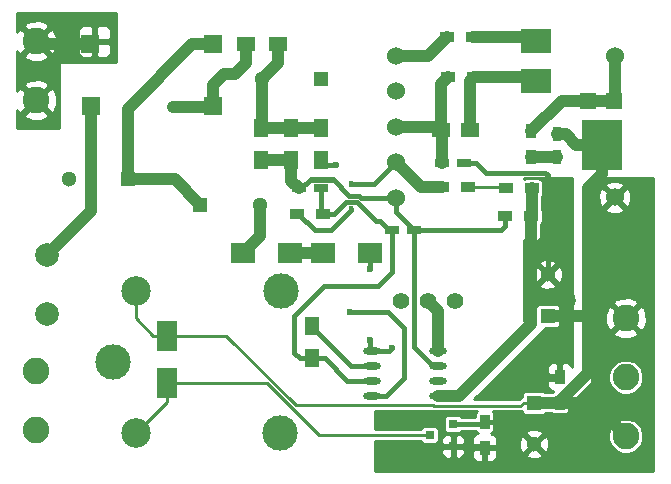
<source format=gbr>
G04 #@! TF.FileFunction,Copper,L2,Bot,Signal*
%FSLAX46Y46*%
G04 Gerber Fmt 4.6, Leading zero omitted, Abs format (unit mm)*
G04 Created by KiCad (PCBNEW 201610091317+7290~55~ubuntu16.04.1-) date Fri Oct 21 11:28:09 2016*
%MOMM*%
%LPD*%
G01*
G04 APERTURE LIST*
%ADD10C,0.100000*%
%ADD11C,1.300000*%
%ADD12R,1.300000X1.300000*%
%ADD13C,1.998980*%
%ADD14C,2.250000*%
%ADD15C,2.500000*%
%ADD16C,3.000000*%
%ADD17R,1.200000X0.750000*%
%ADD18R,0.750000X1.200000*%
%ADD19R,1.500000X1.250000*%
%ADD20R,2.500000X2.000000*%
%ADD21R,1.800860X2.499360*%
%ADD22R,0.450000X0.590000*%
%ADD23R,1.400000X1.340000*%
%ADD24R,3.500000X4.200000*%
%ADD25R,1.500000X1.300000*%
%ADD26R,0.800100X0.800100*%
%ADD27R,0.900000X1.200000*%
%ADD28R,1.300000X1.500000*%
%ADD29R,2.000000X1.700000*%
%ADD30R,1.200000X0.900000*%
%ADD31O,1.473200X0.609600*%
%ADD32C,1.524000*%
%ADD33C,1.400000*%
%ADD34R,1.524000X1.524000*%
%ADD35C,0.600000*%
%ADD36C,1.000000*%
%ADD37C,0.400000*%
%ADD38C,0.250000*%
%ADD39C,0.254000*%
G04 APERTURE END LIST*
D10*
D11*
X133096000Y-114102000D03*
D12*
X133096000Y-117602000D03*
D13*
X90678000Y-112473740D03*
X90678000Y-117475000D03*
D14*
X89789000Y-94361000D03*
X89789000Y-99364800D03*
D15*
X98247200Y-127531900D03*
D16*
X110447200Y-127531900D03*
X110497200Y-115481900D03*
D15*
X98247200Y-115531900D03*
D16*
X96297200Y-121481900D03*
D12*
X103701840Y-108239560D03*
D11*
X108701840Y-108239560D03*
D12*
X97536000Y-106045000D03*
D11*
X92536000Y-106045000D03*
D17*
X124147500Y-104648000D03*
X126047500Y-104648000D03*
D12*
X113924080Y-97525840D03*
D11*
X108924080Y-97525840D03*
X131953000Y-128468000D03*
D12*
X131953000Y-124968000D03*
D18*
X133858000Y-102240000D03*
X133858000Y-104140000D03*
D19*
X126555500Y-101854000D03*
X124055500Y-101854000D03*
D17*
X113919000Y-106807000D03*
X112019000Y-106807000D03*
X119888000Y-110363000D03*
X121788000Y-110363000D03*
D20*
X132143500Y-94361000D03*
X132143500Y-97761000D03*
D21*
X100863400Y-119291100D03*
X100863400Y-123289060D03*
D22*
X116459000Y-108585000D03*
X116459000Y-106475000D03*
D23*
X136550400Y-99390200D03*
X138734800Y-99390200D03*
D24*
X137668000Y-103124000D03*
D25*
X107551240Y-94556580D03*
X110251240Y-94556580D03*
D14*
X89789000Y-122250200D03*
X89789000Y-127254000D03*
D26*
X125095000Y-126751000D03*
X125095000Y-128651000D03*
X123096020Y-127701000D03*
D27*
X127762000Y-126578000D03*
X127762000Y-128778000D03*
D28*
X111379000Y-104427000D03*
X111379000Y-101727000D03*
X108839000Y-104427000D03*
X108839000Y-101727000D03*
X113919000Y-101727000D03*
X113919000Y-104427000D03*
D29*
X107315000Y-112268000D03*
X111315000Y-112268000D03*
X114046000Y-112268000D03*
X118046000Y-112268000D03*
D28*
X113157000Y-118491000D03*
X113157000Y-121191000D03*
D30*
X126746000Y-93980000D03*
X124546000Y-93980000D03*
X124165000Y-106680000D03*
X126365000Y-106680000D03*
X129540000Y-106807000D03*
X131740000Y-106807000D03*
X131699000Y-109156500D03*
X129499000Y-109156500D03*
D27*
X131699000Y-104181000D03*
X131699000Y-101981000D03*
D30*
X111846000Y-108966000D03*
X114046000Y-108966000D03*
D27*
X134112000Y-122768000D03*
X134112000Y-124968000D03*
D31*
X118237000Y-124396500D03*
X118237000Y-123126500D03*
X118237000Y-121856500D03*
X118237000Y-120586500D03*
X123825000Y-120586500D03*
X123825000Y-121856500D03*
X123825000Y-123126500D03*
X123825000Y-124396500D03*
D32*
X120269000Y-107607100D03*
X120269000Y-104584500D03*
X120269000Y-101587300D03*
X120269000Y-98564700D03*
X120269000Y-95567500D03*
X138785600Y-107581700D03*
X138760200Y-95567500D03*
D33*
X122936000Y-116332000D03*
X120661000Y-116357000D03*
X125211000Y-116332000D03*
D34*
X104775000Y-94615000D03*
X104775000Y-99822000D03*
X94437200Y-99822000D03*
X94361000Y-94615000D03*
D14*
X139700000Y-122809000D03*
X139700000Y-127812800D03*
X139700000Y-117805200D03*
D30*
X126830000Y-97409000D03*
X124630000Y-97409000D03*
D35*
X101346000Y-99949000D03*
X131318000Y-122936000D03*
X135890000Y-126492000D03*
X118046500Y-119634000D03*
X118046500Y-113665000D03*
X119923620Y-120368376D03*
X116360860Y-117272041D03*
X115189000Y-104838500D03*
D36*
X106602820Y-97155000D02*
X105680000Y-97155000D01*
X105680000Y-97155000D02*
X104775000Y-98060000D01*
X104775000Y-98060000D02*
X104775000Y-99822000D01*
X107551240Y-94556580D02*
X107551240Y-96206580D01*
X107551240Y-96206580D02*
X106602820Y-97155000D01*
X101346000Y-99949000D02*
X104648000Y-99949000D01*
X104648000Y-99949000D02*
X104775000Y-99822000D01*
X94437200Y-99822000D02*
X94437200Y-108714540D01*
X94437200Y-108714540D02*
X90678000Y-112473740D01*
X97536000Y-106045000D02*
X101507280Y-106045000D01*
X101507280Y-106045000D02*
X103701840Y-108239560D01*
X104775000Y-94615000D02*
X103013000Y-94615000D01*
X103013000Y-94615000D02*
X97536000Y-100092000D01*
X97536000Y-100092000D02*
X97536000Y-106045000D01*
D37*
X131318000Y-122936000D02*
X133944000Y-122936000D01*
X133944000Y-122936000D02*
X134112000Y-122768000D01*
X132913001Y-105481001D02*
X133096000Y-105664000D01*
X133096000Y-105664000D02*
X133096000Y-114102000D01*
X125095000Y-128651000D02*
X127635000Y-128651000D01*
X127635000Y-128651000D02*
X127762000Y-128778000D01*
X126047500Y-104648000D02*
X127047500Y-104648000D01*
X127047500Y-104648000D02*
X127880501Y-105481001D01*
X127880501Y-105481001D02*
X132913001Y-105481001D01*
D36*
X133096000Y-117602000D02*
X136398000Y-117602000D01*
X136398000Y-117602000D02*
X136525000Y-117475000D01*
X134112000Y-124968000D02*
X136855200Y-124968000D01*
X136855200Y-124968000D02*
X139700000Y-127812800D01*
X136525000Y-106767000D02*
X136525000Y-117475000D01*
X136525000Y-117475000D02*
X136525000Y-122405000D01*
X136525000Y-122405000D02*
X134112000Y-124818000D01*
D37*
X134112000Y-124818000D02*
X134112000Y-124968000D01*
D36*
X137668000Y-103124000D02*
X137668000Y-105624000D01*
X137668000Y-105624000D02*
X136525000Y-106767000D01*
D38*
X130749489Y-125271511D02*
X131053000Y-124968000D01*
X131053000Y-124968000D02*
X131953000Y-124968000D01*
X123462559Y-125271511D02*
X130749489Y-125271511D01*
X123372368Y-125181320D02*
X123462559Y-125271511D01*
X111771966Y-125181320D02*
X123372368Y-125181320D01*
X105881747Y-119291100D02*
X111771966Y-125181320D01*
X100863400Y-119291100D02*
X105881747Y-119291100D01*
D36*
X131953000Y-124968000D02*
X134112000Y-124968000D01*
X137668000Y-103124000D02*
X135518000Y-103124000D01*
X135518000Y-103124000D02*
X134634000Y-102240000D01*
D37*
X134634000Y-102240000D02*
X134633000Y-102240000D01*
D36*
X134633000Y-102240000D02*
X133858000Y-102240000D01*
D38*
X100863400Y-119291100D02*
X99712970Y-119291100D01*
X99712970Y-119291100D02*
X98247200Y-117825330D01*
X98247200Y-117825330D02*
X98247200Y-117299666D01*
X98247200Y-117299666D02*
X98247200Y-115531900D01*
D36*
X124055500Y-101854000D02*
X124055500Y-97983500D01*
X124055500Y-97983500D02*
X124630000Y-97409000D01*
X108701840Y-108239560D02*
X108701840Y-110881160D01*
X108701840Y-110881160D02*
X107315000Y-112268000D01*
X124147500Y-104648000D02*
X124147500Y-101946000D01*
X124147500Y-101946000D02*
X124055500Y-101854000D01*
X120269000Y-101587300D02*
X123788800Y-101587300D01*
X123788800Y-101587300D02*
X124055500Y-101854000D01*
X111379000Y-101727000D02*
X113919000Y-101727000D01*
X108839000Y-101727000D02*
X111379000Y-101727000D01*
X108924080Y-97525840D02*
X108924080Y-101641920D01*
X108924080Y-101641920D02*
X108839000Y-101727000D01*
X108924080Y-97525840D02*
X110251240Y-96198680D01*
X110251240Y-96198680D02*
X110251240Y-94556580D01*
X131699000Y-104181000D02*
X133817000Y-104181000D01*
X133817000Y-104181000D02*
X133858000Y-104140000D01*
X126830000Y-97409000D02*
X131791500Y-97409000D01*
X131791500Y-97409000D02*
X132143500Y-97761000D01*
X126555500Y-101854000D02*
X126555500Y-97683500D01*
X126555500Y-97683500D02*
X126830000Y-97409000D01*
D37*
X118745000Y-115062000D02*
X119888000Y-113919000D01*
X119888000Y-113919000D02*
X119888000Y-112861002D01*
X114173000Y-115062000D02*
X118745000Y-115062000D01*
X111633000Y-117602000D02*
X114173000Y-115062000D01*
X111633000Y-120717000D02*
X111633000Y-117602000D01*
X113157000Y-121191000D02*
X112107000Y-121191000D01*
X112107000Y-121191000D02*
X111633000Y-120717000D01*
X119888000Y-110363000D02*
X119888000Y-112861002D01*
X113157000Y-121091000D02*
X113157000Y-121191000D01*
X113157000Y-121191000D02*
X114207000Y-121191000D01*
X114207000Y-121191000D02*
X116142500Y-123126500D01*
X117100400Y-123126500D02*
X118237000Y-123126500D01*
X116142500Y-123126500D02*
X117100400Y-123126500D01*
X119663000Y-110363000D02*
X119888000Y-110363000D01*
X118888000Y-109588000D02*
X119663000Y-110363000D01*
X118567002Y-109588000D02*
X118888000Y-109588000D01*
X116047001Y-107964999D02*
X116944001Y-107964999D01*
X115046000Y-108966000D02*
X116047001Y-107964999D01*
X116944001Y-107964999D02*
X118567002Y-109588000D01*
X114046000Y-108966000D02*
X115046000Y-108966000D01*
X113919000Y-106807000D02*
X113919000Y-108839000D01*
X113919000Y-108839000D02*
X114046000Y-108966000D01*
X123825000Y-121856500D02*
X123393200Y-121856500D01*
X123393200Y-121856500D02*
X121788000Y-120251300D01*
X121788000Y-120251300D02*
X121788000Y-111138000D01*
X121788000Y-111138000D02*
X121788000Y-110363000D01*
X121788000Y-110363000D02*
X129142500Y-110363000D01*
X129142500Y-110363000D02*
X129499000Y-110006500D01*
X129499000Y-110006500D02*
X129499000Y-109156500D01*
X120269000Y-107607100D02*
X120269000Y-108844000D01*
X120269000Y-108844000D02*
X121788000Y-110363000D01*
X112244000Y-106807000D02*
X113019000Y-106032000D01*
X112019000Y-106807000D02*
X112244000Y-106807000D01*
X112244000Y-106807000D02*
X112944001Y-106106999D01*
X112944001Y-106106999D02*
X114985997Y-106106999D01*
X117328579Y-107607100D02*
X119191370Y-107607100D01*
X113019000Y-106032000D02*
X114910998Y-106032000D01*
X114910998Y-106032000D02*
X116318986Y-107439988D01*
X116318986Y-107439988D02*
X117161467Y-107439988D01*
X117161467Y-107439988D02*
X117328579Y-107607100D01*
X119191370Y-107607100D02*
X120269000Y-107607100D01*
D36*
X111379000Y-104427000D02*
X111379000Y-106167000D01*
X111379000Y-106167000D02*
X112019000Y-106807000D01*
X108839000Y-104427000D02*
X111379000Y-104427000D01*
X126746000Y-93980000D02*
X131762500Y-93980000D01*
X131762500Y-93980000D02*
X132143500Y-94361000D01*
D38*
X100863400Y-123289060D02*
X109349362Y-123289060D01*
X109349362Y-123289060D02*
X113761302Y-127701000D01*
X113761302Y-127701000D02*
X122445970Y-127701000D01*
X122445970Y-127701000D02*
X123096020Y-127701000D01*
X100863400Y-123289060D02*
X100863400Y-123638310D01*
X100863400Y-123289060D02*
X100863400Y-124915700D01*
X100863400Y-124915700D02*
X98247200Y-127531900D01*
D37*
X114751000Y-110363000D02*
X113393000Y-110363000D01*
X113393000Y-110363000D02*
X111996000Y-108966000D01*
X111996000Y-108966000D02*
X111846000Y-108966000D01*
X116459000Y-108585000D02*
X116459000Y-108655000D01*
X116459000Y-108655000D02*
X114751000Y-110363000D01*
X116459000Y-106475000D02*
X118378500Y-106475000D01*
X118378500Y-106475000D02*
X120269000Y-104584500D01*
D36*
X120269000Y-104584500D02*
X122364500Y-106680000D01*
X122364500Y-106680000D02*
X124165000Y-106680000D01*
D37*
X127762000Y-126578000D02*
X135804000Y-126578000D01*
X135804000Y-126578000D02*
X135890000Y-126492000D01*
X125095000Y-126751000D02*
X127589000Y-126751000D01*
X127589000Y-126751000D02*
X127762000Y-126578000D01*
X118237000Y-120586500D02*
X119705496Y-120586500D01*
X118046500Y-119634000D02*
X118046500Y-120396000D01*
X118046500Y-120396000D02*
X118237000Y-120586500D01*
X118046000Y-112268000D02*
X118046000Y-113664500D01*
X118046000Y-113664500D02*
X118046500Y-113665000D01*
X119705496Y-120586500D02*
X119923620Y-120368376D01*
D36*
X123825000Y-120586500D02*
X123825000Y-117221000D01*
X123825000Y-117221000D02*
X122936000Y-116332000D01*
X120269000Y-95567500D02*
X122958500Y-95567500D01*
X122958500Y-95567500D02*
X124546000Y-93980000D01*
D37*
X118237000Y-124396500D02*
X119373600Y-124396500D01*
X119373600Y-124396500D02*
X120904000Y-122866100D01*
X119558041Y-117272041D02*
X116360860Y-117272041D01*
X120904000Y-122866100D02*
X120904000Y-118618000D01*
X120904000Y-118618000D02*
X119558041Y-117272041D01*
X118237000Y-124396500D02*
X118668800Y-124396500D01*
X115189000Y-104838500D02*
X114330500Y-104838500D01*
X114330500Y-104838500D02*
X113919000Y-104427000D01*
D36*
X111315000Y-112268000D02*
X114046000Y-112268000D01*
D37*
X113157000Y-118591000D02*
X116422500Y-121856500D01*
X113157000Y-118491000D02*
X113157000Y-118591000D01*
X116422500Y-121856500D02*
X117100400Y-121856500D01*
X117100400Y-121856500D02*
X118237000Y-121856500D01*
D38*
X126365000Y-106680000D02*
X129413000Y-106680000D01*
X129413000Y-106680000D02*
X129540000Y-106807000D01*
D36*
X125561600Y-124396500D02*
X131695999Y-118262101D01*
X123825000Y-124396500D02*
X125561600Y-124396500D01*
X131695999Y-118262101D02*
X131695999Y-110609501D01*
X131695999Y-110609501D02*
X131699000Y-110606500D01*
X131699000Y-109156500D02*
X131699000Y-110606500D01*
X131740000Y-106807000D02*
X131740000Y-109115500D01*
X131740000Y-109115500D02*
X131699000Y-109156500D01*
X131699000Y-101981000D02*
X134289800Y-99390200D01*
X134289800Y-99390200D02*
X136550400Y-99390200D01*
X138734800Y-99390200D02*
X136550400Y-99390200D01*
X138760200Y-95567500D02*
X138760200Y-99364800D01*
X138760200Y-99364800D02*
X138734800Y-99390200D01*
X94361000Y-94615000D02*
X90043000Y-94615000D01*
X90043000Y-94615000D02*
X89789000Y-94361000D01*
D39*
G36*
X96520000Y-96139000D02*
X88209000Y-96139000D01*
X88209000Y-95603947D01*
X88725658Y-95603947D01*
X88839621Y-95883773D01*
X89494629Y-96131170D01*
X90194451Y-96109075D01*
X90738379Y-95883773D01*
X90852342Y-95603947D01*
X89789000Y-94540605D01*
X88725658Y-95603947D01*
X88209000Y-95603947D01*
X88209000Y-95172221D01*
X88266227Y-95310379D01*
X88546053Y-95424342D01*
X89609395Y-94361000D01*
X89968605Y-94361000D01*
X91031947Y-95424342D01*
X91311773Y-95310379D01*
X91559170Y-94655371D01*
X91558898Y-94646750D01*
X93345000Y-94646750D01*
X93345000Y-95249309D01*
X93441673Y-95482698D01*
X93620301Y-95661327D01*
X93853690Y-95758000D01*
X94456250Y-95758000D01*
X94615000Y-95599250D01*
X94615000Y-94488000D01*
X94869000Y-94488000D01*
X94869000Y-95599250D01*
X95027750Y-95758000D01*
X95630310Y-95758000D01*
X95863699Y-95661327D01*
X96042327Y-95482698D01*
X96139000Y-95249309D01*
X96139000Y-94646750D01*
X95980250Y-94488000D01*
X94869000Y-94488000D01*
X94615000Y-94488000D01*
X93503750Y-94488000D01*
X93345000Y-94646750D01*
X91558898Y-94646750D01*
X91537075Y-93955549D01*
X91337069Y-93472691D01*
X93345000Y-93472691D01*
X93345000Y-94075250D01*
X93503750Y-94234000D01*
X94615000Y-94234000D01*
X94615000Y-93122750D01*
X94869000Y-93122750D01*
X94869000Y-94234000D01*
X95980250Y-94234000D01*
X96139000Y-94075250D01*
X96139000Y-93472691D01*
X96042327Y-93239302D01*
X95863699Y-93060673D01*
X95630310Y-92964000D01*
X95027750Y-92964000D01*
X94869000Y-93122750D01*
X94615000Y-93122750D01*
X94456250Y-92964000D01*
X93853690Y-92964000D01*
X93620301Y-93060673D01*
X93441673Y-93239302D01*
X93345000Y-93472691D01*
X91337069Y-93472691D01*
X91311773Y-93411621D01*
X91031947Y-93297658D01*
X89968605Y-94361000D01*
X89609395Y-94361000D01*
X88546053Y-93297658D01*
X88266227Y-93411621D01*
X88209000Y-93563135D01*
X88209000Y-93118053D01*
X88725658Y-93118053D01*
X89789000Y-94181395D01*
X90852342Y-93118053D01*
X90738379Y-92838227D01*
X90083371Y-92590830D01*
X89383549Y-92612925D01*
X88839621Y-92838227D01*
X88725658Y-93118053D01*
X88209000Y-93118053D01*
X88209000Y-91948000D01*
X96520000Y-91948000D01*
X96520000Y-96139000D01*
X96520000Y-96139000D01*
G37*
X96520000Y-96139000D02*
X88209000Y-96139000D01*
X88209000Y-95603947D01*
X88725658Y-95603947D01*
X88839621Y-95883773D01*
X89494629Y-96131170D01*
X90194451Y-96109075D01*
X90738379Y-95883773D01*
X90852342Y-95603947D01*
X89789000Y-94540605D01*
X88725658Y-95603947D01*
X88209000Y-95603947D01*
X88209000Y-95172221D01*
X88266227Y-95310379D01*
X88546053Y-95424342D01*
X89609395Y-94361000D01*
X89968605Y-94361000D01*
X91031947Y-95424342D01*
X91311773Y-95310379D01*
X91559170Y-94655371D01*
X91558898Y-94646750D01*
X93345000Y-94646750D01*
X93345000Y-95249309D01*
X93441673Y-95482698D01*
X93620301Y-95661327D01*
X93853690Y-95758000D01*
X94456250Y-95758000D01*
X94615000Y-95599250D01*
X94615000Y-94488000D01*
X94869000Y-94488000D01*
X94869000Y-95599250D01*
X95027750Y-95758000D01*
X95630310Y-95758000D01*
X95863699Y-95661327D01*
X96042327Y-95482698D01*
X96139000Y-95249309D01*
X96139000Y-94646750D01*
X95980250Y-94488000D01*
X94869000Y-94488000D01*
X94615000Y-94488000D01*
X93503750Y-94488000D01*
X93345000Y-94646750D01*
X91558898Y-94646750D01*
X91537075Y-93955549D01*
X91337069Y-93472691D01*
X93345000Y-93472691D01*
X93345000Y-94075250D01*
X93503750Y-94234000D01*
X94615000Y-94234000D01*
X94615000Y-93122750D01*
X94869000Y-93122750D01*
X94869000Y-94234000D01*
X95980250Y-94234000D01*
X96139000Y-94075250D01*
X96139000Y-93472691D01*
X96042327Y-93239302D01*
X95863699Y-93060673D01*
X95630310Y-92964000D01*
X95027750Y-92964000D01*
X94869000Y-93122750D01*
X94615000Y-93122750D01*
X94456250Y-92964000D01*
X93853690Y-92964000D01*
X93620301Y-93060673D01*
X93441673Y-93239302D01*
X93345000Y-93472691D01*
X91337069Y-93472691D01*
X91311773Y-93411621D01*
X91031947Y-93297658D01*
X89968605Y-94361000D01*
X89609395Y-94361000D01*
X88546053Y-93297658D01*
X88266227Y-93411621D01*
X88209000Y-93563135D01*
X88209000Y-93118053D01*
X88725658Y-93118053D01*
X89789000Y-94181395D01*
X90852342Y-93118053D01*
X90738379Y-92838227D01*
X90083371Y-92590830D01*
X89383549Y-92612925D01*
X88839621Y-92838227D01*
X88725658Y-93118053D01*
X88209000Y-93118053D01*
X88209000Y-91948000D01*
X96520000Y-91948000D01*
X96520000Y-96139000D01*
G36*
X91694000Y-101727000D02*
X88209000Y-101727000D01*
X88209000Y-100607747D01*
X88725658Y-100607747D01*
X88839621Y-100887573D01*
X89494629Y-101134970D01*
X90194451Y-101112875D01*
X90738379Y-100887573D01*
X90852342Y-100607747D01*
X89789000Y-99544405D01*
X88725658Y-100607747D01*
X88209000Y-100607747D01*
X88209000Y-100176021D01*
X88266227Y-100314179D01*
X88546053Y-100428142D01*
X89609395Y-99364800D01*
X89968605Y-99364800D01*
X91031947Y-100428142D01*
X91311773Y-100314179D01*
X91559170Y-99659171D01*
X91537075Y-98959349D01*
X91311773Y-98415421D01*
X91031947Y-98301458D01*
X89968605Y-99364800D01*
X89609395Y-99364800D01*
X88546053Y-98301458D01*
X88266227Y-98415421D01*
X88209000Y-98566935D01*
X88209000Y-98121853D01*
X88725658Y-98121853D01*
X89789000Y-99185195D01*
X90852342Y-98121853D01*
X90738379Y-97842027D01*
X90083371Y-97594630D01*
X89383549Y-97616725D01*
X88839621Y-97842027D01*
X88725658Y-98121853D01*
X88209000Y-98121853D01*
X88209000Y-95603947D01*
X88725658Y-95603947D01*
X88839621Y-95883773D01*
X89494629Y-96131170D01*
X90194451Y-96109075D01*
X90738379Y-95883773D01*
X90852342Y-95603947D01*
X89789000Y-94540605D01*
X88725658Y-95603947D01*
X88209000Y-95603947D01*
X88209000Y-95172221D01*
X88266227Y-95310379D01*
X88546053Y-95424342D01*
X89609395Y-94361000D01*
X89968605Y-94361000D01*
X91031947Y-95424342D01*
X91311773Y-95310379D01*
X91559170Y-94655371D01*
X91537075Y-93955549D01*
X91311773Y-93411621D01*
X91031947Y-93297658D01*
X89968605Y-94361000D01*
X89609395Y-94361000D01*
X88546053Y-93297658D01*
X88266227Y-93411621D01*
X88209000Y-93563135D01*
X88209000Y-93118053D01*
X88725658Y-93118053D01*
X89789000Y-94181395D01*
X90852342Y-93118053D01*
X90738379Y-92838227D01*
X90083371Y-92590830D01*
X89383549Y-92612925D01*
X88839621Y-92838227D01*
X88725658Y-93118053D01*
X88209000Y-93118053D01*
X88209000Y-91948000D01*
X91694000Y-91948000D01*
X91694000Y-101727000D01*
X91694000Y-101727000D01*
G37*
X91694000Y-101727000D02*
X88209000Y-101727000D01*
X88209000Y-100607747D01*
X88725658Y-100607747D01*
X88839621Y-100887573D01*
X89494629Y-101134970D01*
X90194451Y-101112875D01*
X90738379Y-100887573D01*
X90852342Y-100607747D01*
X89789000Y-99544405D01*
X88725658Y-100607747D01*
X88209000Y-100607747D01*
X88209000Y-100176021D01*
X88266227Y-100314179D01*
X88546053Y-100428142D01*
X89609395Y-99364800D01*
X89968605Y-99364800D01*
X91031947Y-100428142D01*
X91311773Y-100314179D01*
X91559170Y-99659171D01*
X91537075Y-98959349D01*
X91311773Y-98415421D01*
X91031947Y-98301458D01*
X89968605Y-99364800D01*
X89609395Y-99364800D01*
X88546053Y-98301458D01*
X88266227Y-98415421D01*
X88209000Y-98566935D01*
X88209000Y-98121853D01*
X88725658Y-98121853D01*
X89789000Y-99185195D01*
X90852342Y-98121853D01*
X90738379Y-97842027D01*
X90083371Y-97594630D01*
X89383549Y-97616725D01*
X88839621Y-97842027D01*
X88725658Y-98121853D01*
X88209000Y-98121853D01*
X88209000Y-95603947D01*
X88725658Y-95603947D01*
X88839621Y-95883773D01*
X89494629Y-96131170D01*
X90194451Y-96109075D01*
X90738379Y-95883773D01*
X90852342Y-95603947D01*
X89789000Y-94540605D01*
X88725658Y-95603947D01*
X88209000Y-95603947D01*
X88209000Y-95172221D01*
X88266227Y-95310379D01*
X88546053Y-95424342D01*
X89609395Y-94361000D01*
X89968605Y-94361000D01*
X91031947Y-95424342D01*
X91311773Y-95310379D01*
X91559170Y-94655371D01*
X91537075Y-93955549D01*
X91311773Y-93411621D01*
X91031947Y-93297658D01*
X89968605Y-94361000D01*
X89609395Y-94361000D01*
X88546053Y-93297658D01*
X88266227Y-93411621D01*
X88209000Y-93563135D01*
X88209000Y-93118053D01*
X88725658Y-93118053D01*
X89789000Y-94181395D01*
X90852342Y-93118053D01*
X90738379Y-92838227D01*
X90083371Y-92590830D01*
X89383549Y-92612925D01*
X88839621Y-92838227D01*
X88725658Y-93118053D01*
X88209000Y-93118053D01*
X88209000Y-91948000D01*
X91694000Y-91948000D01*
X91694000Y-101727000D01*
G36*
X142042000Y-130739000D02*
X118491000Y-130739000D01*
X118491000Y-128936750D01*
X124059950Y-128936750D01*
X124059950Y-129177359D01*
X124156623Y-129410748D01*
X124335251Y-129589377D01*
X124568640Y-129686050D01*
X124809250Y-129686050D01*
X124968000Y-129527300D01*
X124968000Y-128778000D01*
X125222000Y-128778000D01*
X125222000Y-129527300D01*
X125380750Y-129686050D01*
X125621360Y-129686050D01*
X125854749Y-129589377D01*
X126033377Y-129410748D01*
X126130050Y-129177359D01*
X126130050Y-129063750D01*
X126677000Y-129063750D01*
X126677000Y-129504309D01*
X126773673Y-129737698D01*
X126952301Y-129916327D01*
X127185690Y-130013000D01*
X127476250Y-130013000D01*
X127635000Y-129854250D01*
X127635000Y-128905000D01*
X127889000Y-128905000D01*
X127889000Y-129854250D01*
X128047750Y-130013000D01*
X128338310Y-130013000D01*
X128571699Y-129916327D01*
X128750327Y-129737698D01*
X128847000Y-129504309D01*
X128847000Y-129367016D01*
X131233590Y-129367016D01*
X131289271Y-129597611D01*
X131772078Y-129765622D01*
X132282428Y-129736083D01*
X132616729Y-129597611D01*
X132672410Y-129367016D01*
X131953000Y-128647605D01*
X131233590Y-129367016D01*
X128847000Y-129367016D01*
X128847000Y-129063750D01*
X128688250Y-128905000D01*
X127889000Y-128905000D01*
X127635000Y-128905000D01*
X126835750Y-128905000D01*
X126677000Y-129063750D01*
X126130050Y-129063750D01*
X126130050Y-128936750D01*
X125971300Y-128778000D01*
X125222000Y-128778000D01*
X124968000Y-128778000D01*
X124218700Y-128778000D01*
X124059950Y-128936750D01*
X118491000Y-128936750D01*
X118491000Y-128203000D01*
X122331864Y-128203000D01*
X122340845Y-128248148D01*
X122424169Y-128372851D01*
X122548872Y-128456175D01*
X122695970Y-128485435D01*
X123496070Y-128485435D01*
X123643168Y-128456175D01*
X123767871Y-128372851D01*
X123851195Y-128248148D01*
X123875762Y-128124641D01*
X124059950Y-128124641D01*
X124059950Y-128365250D01*
X124218700Y-128524000D01*
X124968000Y-128524000D01*
X124968000Y-127774700D01*
X125222000Y-127774700D01*
X125222000Y-128524000D01*
X125971300Y-128524000D01*
X126130050Y-128365250D01*
X126130050Y-128124641D01*
X126033377Y-127891252D01*
X125854749Y-127712623D01*
X125621360Y-127615950D01*
X125380750Y-127615950D01*
X125222000Y-127774700D01*
X124968000Y-127774700D01*
X124809250Y-127615950D01*
X124568640Y-127615950D01*
X124335251Y-127712623D01*
X124156623Y-127891252D01*
X124059950Y-128124641D01*
X123875762Y-128124641D01*
X123880455Y-128101050D01*
X123880455Y-127300950D01*
X123851195Y-127153852D01*
X123767871Y-127029149D01*
X123643168Y-126945825D01*
X123496070Y-126916565D01*
X122695970Y-126916565D01*
X122548872Y-126945825D01*
X122424169Y-127029149D01*
X122340845Y-127153852D01*
X122331864Y-127199000D01*
X118491000Y-127199000D01*
X118491000Y-125683320D01*
X127074440Y-125683320D01*
X127040199Y-125706199D01*
X126956875Y-125830902D01*
X126927615Y-125978000D01*
X126927615Y-126174000D01*
X125830229Y-126174000D01*
X125766851Y-126079149D01*
X125642148Y-125995825D01*
X125495050Y-125966565D01*
X124694950Y-125966565D01*
X124547852Y-125995825D01*
X124423149Y-126079149D01*
X124339825Y-126203852D01*
X124310565Y-126350950D01*
X124310565Y-127151050D01*
X124339825Y-127298148D01*
X124423149Y-127422851D01*
X124547852Y-127506175D01*
X124694950Y-127535435D01*
X125495050Y-127535435D01*
X125642148Y-127506175D01*
X125766851Y-127422851D01*
X125830229Y-127328000D01*
X126958814Y-127328000D01*
X127040199Y-127449801D01*
X127164902Y-127533125D01*
X127214546Y-127543000D01*
X127185690Y-127543000D01*
X126952301Y-127639673D01*
X126773673Y-127818302D01*
X126677000Y-128051691D01*
X126677000Y-128492250D01*
X126835750Y-128651000D01*
X127635000Y-128651000D01*
X127635000Y-128631000D01*
X127889000Y-128631000D01*
X127889000Y-128651000D01*
X128688250Y-128651000D01*
X128847000Y-128492250D01*
X128847000Y-128287078D01*
X130655378Y-128287078D01*
X130684917Y-128797428D01*
X130823389Y-129131729D01*
X131053984Y-129187410D01*
X131773395Y-128468000D01*
X132132605Y-128468000D01*
X132852016Y-129187410D01*
X133082611Y-129131729D01*
X133250622Y-128648922D01*
X133221083Y-128138572D01*
X133209355Y-128110256D01*
X138197740Y-128110256D01*
X138425924Y-128662503D01*
X138848074Y-129085391D01*
X139399923Y-129314539D01*
X139997456Y-129315060D01*
X140549703Y-129086876D01*
X140972591Y-128664726D01*
X141201739Y-128112877D01*
X141202260Y-127515344D01*
X140974076Y-126963097D01*
X140551926Y-126540209D01*
X140000077Y-126311061D01*
X139402544Y-126310540D01*
X138850297Y-126538724D01*
X138427409Y-126960874D01*
X138198261Y-127512723D01*
X138197740Y-128110256D01*
X133209355Y-128110256D01*
X133082611Y-127804271D01*
X132852016Y-127748590D01*
X132132605Y-128468000D01*
X131773395Y-128468000D01*
X131053984Y-127748590D01*
X130823389Y-127804271D01*
X130655378Y-128287078D01*
X128847000Y-128287078D01*
X128847000Y-128051691D01*
X128750327Y-127818302D01*
X128571699Y-127639673D01*
X128401041Y-127568984D01*
X131233590Y-127568984D01*
X131953000Y-128288395D01*
X132672410Y-127568984D01*
X132616729Y-127338389D01*
X132133922Y-127170378D01*
X131623572Y-127199917D01*
X131289271Y-127338389D01*
X131233590Y-127568984D01*
X128401041Y-127568984D01*
X128338310Y-127543000D01*
X128309454Y-127543000D01*
X128359098Y-127533125D01*
X128483801Y-127449801D01*
X128567125Y-127325098D01*
X128596385Y-127178000D01*
X128596385Y-125978000D01*
X128567125Y-125830902D01*
X128483801Y-125706199D01*
X128449560Y-125683320D01*
X130839675Y-125683320D01*
X130839680Y-125683321D01*
X130928109Y-125665731D01*
X130947875Y-125765098D01*
X131031199Y-125889801D01*
X131155902Y-125973125D01*
X131303000Y-126002385D01*
X132603000Y-126002385D01*
X132750098Y-125973125D01*
X132874801Y-125889801D01*
X132904736Y-125845000D01*
X133397980Y-125845000D01*
X133514902Y-125923125D01*
X133662000Y-125952385D01*
X134562000Y-125952385D01*
X134709098Y-125923125D01*
X134833801Y-125839801D01*
X134917125Y-125715098D01*
X134946385Y-125568000D01*
X134946385Y-125223881D01*
X136637133Y-123533133D01*
X136827242Y-123248613D01*
X136855519Y-123106456D01*
X138197740Y-123106456D01*
X138425924Y-123658703D01*
X138848074Y-124081591D01*
X139399923Y-124310739D01*
X139997456Y-124311260D01*
X140549703Y-124083076D01*
X140972591Y-123660926D01*
X141201739Y-123109077D01*
X141202260Y-122511544D01*
X140974076Y-121959297D01*
X140551926Y-121536409D01*
X140000077Y-121307261D01*
X139402544Y-121306740D01*
X138850297Y-121534924D01*
X138427409Y-121957074D01*
X138198261Y-122508923D01*
X138197740Y-123106456D01*
X136855519Y-123106456D01*
X136894001Y-122913000D01*
X136894000Y-122912995D01*
X136894000Y-119048147D01*
X138636658Y-119048147D01*
X138750621Y-119327973D01*
X139405629Y-119575370D01*
X140105451Y-119553275D01*
X140649379Y-119327973D01*
X140763342Y-119048147D01*
X139700000Y-117984805D01*
X138636658Y-119048147D01*
X136894000Y-119048147D01*
X136894000Y-117510829D01*
X137929830Y-117510829D01*
X137951925Y-118210651D01*
X138177227Y-118754579D01*
X138457053Y-118868542D01*
X139520395Y-117805200D01*
X139879605Y-117805200D01*
X140942947Y-118868542D01*
X141222773Y-118754579D01*
X141470170Y-118099571D01*
X141448075Y-117399749D01*
X141222773Y-116855821D01*
X140942947Y-116741858D01*
X139879605Y-117805200D01*
X139520395Y-117805200D01*
X138457053Y-116741858D01*
X138177227Y-116855821D01*
X137929830Y-117510829D01*
X136894000Y-117510829D01*
X136894000Y-116747000D01*
X136857252Y-116562253D01*
X138636658Y-116562253D01*
X139700000Y-117625595D01*
X140763342Y-116562253D01*
X140649379Y-116282427D01*
X139994371Y-116035030D01*
X139294549Y-116057125D01*
X138750621Y-116282427D01*
X138636658Y-116562253D01*
X136857252Y-116562253D01*
X136827242Y-116411387D01*
X136700698Y-116222000D01*
X136827242Y-116032613D01*
X136894000Y-115697000D01*
X136894000Y-108561913D01*
X137984992Y-108561913D01*
X138054457Y-108804097D01*
X138577902Y-108990844D01*
X139132968Y-108963062D01*
X139516743Y-108804097D01*
X139586208Y-108561913D01*
X138785600Y-107761305D01*
X137984992Y-108561913D01*
X136894000Y-108561913D01*
X136894000Y-107374002D01*
X137376456Y-107374002D01*
X137404238Y-107929068D01*
X137563203Y-108312843D01*
X137805387Y-108382308D01*
X138605995Y-107581700D01*
X138965205Y-107581700D01*
X139765813Y-108382308D01*
X140007997Y-108312843D01*
X140194744Y-107789398D01*
X140166962Y-107234332D01*
X140007997Y-106850557D01*
X139765813Y-106781092D01*
X138965205Y-107581700D01*
X138605995Y-107581700D01*
X137805387Y-106781092D01*
X137563203Y-106850557D01*
X137376456Y-107374002D01*
X136894000Y-107374002D01*
X136894000Y-106601487D01*
X137984992Y-106601487D01*
X138785600Y-107402095D01*
X139586208Y-106601487D01*
X139516743Y-106359303D01*
X138993298Y-106172556D01*
X138438232Y-106200338D01*
X138054457Y-106359303D01*
X137984992Y-106601487D01*
X136894000Y-106601487D01*
X136894000Y-105918000D01*
X142042000Y-105918000D01*
X142042000Y-130739000D01*
X142042000Y-130739000D01*
G37*
X142042000Y-130739000D02*
X118491000Y-130739000D01*
X118491000Y-128936750D01*
X124059950Y-128936750D01*
X124059950Y-129177359D01*
X124156623Y-129410748D01*
X124335251Y-129589377D01*
X124568640Y-129686050D01*
X124809250Y-129686050D01*
X124968000Y-129527300D01*
X124968000Y-128778000D01*
X125222000Y-128778000D01*
X125222000Y-129527300D01*
X125380750Y-129686050D01*
X125621360Y-129686050D01*
X125854749Y-129589377D01*
X126033377Y-129410748D01*
X126130050Y-129177359D01*
X126130050Y-129063750D01*
X126677000Y-129063750D01*
X126677000Y-129504309D01*
X126773673Y-129737698D01*
X126952301Y-129916327D01*
X127185690Y-130013000D01*
X127476250Y-130013000D01*
X127635000Y-129854250D01*
X127635000Y-128905000D01*
X127889000Y-128905000D01*
X127889000Y-129854250D01*
X128047750Y-130013000D01*
X128338310Y-130013000D01*
X128571699Y-129916327D01*
X128750327Y-129737698D01*
X128847000Y-129504309D01*
X128847000Y-129367016D01*
X131233590Y-129367016D01*
X131289271Y-129597611D01*
X131772078Y-129765622D01*
X132282428Y-129736083D01*
X132616729Y-129597611D01*
X132672410Y-129367016D01*
X131953000Y-128647605D01*
X131233590Y-129367016D01*
X128847000Y-129367016D01*
X128847000Y-129063750D01*
X128688250Y-128905000D01*
X127889000Y-128905000D01*
X127635000Y-128905000D01*
X126835750Y-128905000D01*
X126677000Y-129063750D01*
X126130050Y-129063750D01*
X126130050Y-128936750D01*
X125971300Y-128778000D01*
X125222000Y-128778000D01*
X124968000Y-128778000D01*
X124218700Y-128778000D01*
X124059950Y-128936750D01*
X118491000Y-128936750D01*
X118491000Y-128203000D01*
X122331864Y-128203000D01*
X122340845Y-128248148D01*
X122424169Y-128372851D01*
X122548872Y-128456175D01*
X122695970Y-128485435D01*
X123496070Y-128485435D01*
X123643168Y-128456175D01*
X123767871Y-128372851D01*
X123851195Y-128248148D01*
X123875762Y-128124641D01*
X124059950Y-128124641D01*
X124059950Y-128365250D01*
X124218700Y-128524000D01*
X124968000Y-128524000D01*
X124968000Y-127774700D01*
X125222000Y-127774700D01*
X125222000Y-128524000D01*
X125971300Y-128524000D01*
X126130050Y-128365250D01*
X126130050Y-128124641D01*
X126033377Y-127891252D01*
X125854749Y-127712623D01*
X125621360Y-127615950D01*
X125380750Y-127615950D01*
X125222000Y-127774700D01*
X124968000Y-127774700D01*
X124809250Y-127615950D01*
X124568640Y-127615950D01*
X124335251Y-127712623D01*
X124156623Y-127891252D01*
X124059950Y-128124641D01*
X123875762Y-128124641D01*
X123880455Y-128101050D01*
X123880455Y-127300950D01*
X123851195Y-127153852D01*
X123767871Y-127029149D01*
X123643168Y-126945825D01*
X123496070Y-126916565D01*
X122695970Y-126916565D01*
X122548872Y-126945825D01*
X122424169Y-127029149D01*
X122340845Y-127153852D01*
X122331864Y-127199000D01*
X118491000Y-127199000D01*
X118491000Y-125683320D01*
X127074440Y-125683320D01*
X127040199Y-125706199D01*
X126956875Y-125830902D01*
X126927615Y-125978000D01*
X126927615Y-126174000D01*
X125830229Y-126174000D01*
X125766851Y-126079149D01*
X125642148Y-125995825D01*
X125495050Y-125966565D01*
X124694950Y-125966565D01*
X124547852Y-125995825D01*
X124423149Y-126079149D01*
X124339825Y-126203852D01*
X124310565Y-126350950D01*
X124310565Y-127151050D01*
X124339825Y-127298148D01*
X124423149Y-127422851D01*
X124547852Y-127506175D01*
X124694950Y-127535435D01*
X125495050Y-127535435D01*
X125642148Y-127506175D01*
X125766851Y-127422851D01*
X125830229Y-127328000D01*
X126958814Y-127328000D01*
X127040199Y-127449801D01*
X127164902Y-127533125D01*
X127214546Y-127543000D01*
X127185690Y-127543000D01*
X126952301Y-127639673D01*
X126773673Y-127818302D01*
X126677000Y-128051691D01*
X126677000Y-128492250D01*
X126835750Y-128651000D01*
X127635000Y-128651000D01*
X127635000Y-128631000D01*
X127889000Y-128631000D01*
X127889000Y-128651000D01*
X128688250Y-128651000D01*
X128847000Y-128492250D01*
X128847000Y-128287078D01*
X130655378Y-128287078D01*
X130684917Y-128797428D01*
X130823389Y-129131729D01*
X131053984Y-129187410D01*
X131773395Y-128468000D01*
X132132605Y-128468000D01*
X132852016Y-129187410D01*
X133082611Y-129131729D01*
X133250622Y-128648922D01*
X133221083Y-128138572D01*
X133209355Y-128110256D01*
X138197740Y-128110256D01*
X138425924Y-128662503D01*
X138848074Y-129085391D01*
X139399923Y-129314539D01*
X139997456Y-129315060D01*
X140549703Y-129086876D01*
X140972591Y-128664726D01*
X141201739Y-128112877D01*
X141202260Y-127515344D01*
X140974076Y-126963097D01*
X140551926Y-126540209D01*
X140000077Y-126311061D01*
X139402544Y-126310540D01*
X138850297Y-126538724D01*
X138427409Y-126960874D01*
X138198261Y-127512723D01*
X138197740Y-128110256D01*
X133209355Y-128110256D01*
X133082611Y-127804271D01*
X132852016Y-127748590D01*
X132132605Y-128468000D01*
X131773395Y-128468000D01*
X131053984Y-127748590D01*
X130823389Y-127804271D01*
X130655378Y-128287078D01*
X128847000Y-128287078D01*
X128847000Y-128051691D01*
X128750327Y-127818302D01*
X128571699Y-127639673D01*
X128401041Y-127568984D01*
X131233590Y-127568984D01*
X131953000Y-128288395D01*
X132672410Y-127568984D01*
X132616729Y-127338389D01*
X132133922Y-127170378D01*
X131623572Y-127199917D01*
X131289271Y-127338389D01*
X131233590Y-127568984D01*
X128401041Y-127568984D01*
X128338310Y-127543000D01*
X128309454Y-127543000D01*
X128359098Y-127533125D01*
X128483801Y-127449801D01*
X128567125Y-127325098D01*
X128596385Y-127178000D01*
X128596385Y-125978000D01*
X128567125Y-125830902D01*
X128483801Y-125706199D01*
X128449560Y-125683320D01*
X130839675Y-125683320D01*
X130839680Y-125683321D01*
X130928109Y-125665731D01*
X130947875Y-125765098D01*
X131031199Y-125889801D01*
X131155902Y-125973125D01*
X131303000Y-126002385D01*
X132603000Y-126002385D01*
X132750098Y-125973125D01*
X132874801Y-125889801D01*
X132904736Y-125845000D01*
X133397980Y-125845000D01*
X133514902Y-125923125D01*
X133662000Y-125952385D01*
X134562000Y-125952385D01*
X134709098Y-125923125D01*
X134833801Y-125839801D01*
X134917125Y-125715098D01*
X134946385Y-125568000D01*
X134946385Y-125223881D01*
X136637133Y-123533133D01*
X136827242Y-123248613D01*
X136855519Y-123106456D01*
X138197740Y-123106456D01*
X138425924Y-123658703D01*
X138848074Y-124081591D01*
X139399923Y-124310739D01*
X139997456Y-124311260D01*
X140549703Y-124083076D01*
X140972591Y-123660926D01*
X141201739Y-123109077D01*
X141202260Y-122511544D01*
X140974076Y-121959297D01*
X140551926Y-121536409D01*
X140000077Y-121307261D01*
X139402544Y-121306740D01*
X138850297Y-121534924D01*
X138427409Y-121957074D01*
X138198261Y-122508923D01*
X138197740Y-123106456D01*
X136855519Y-123106456D01*
X136894001Y-122913000D01*
X136894000Y-122912995D01*
X136894000Y-119048147D01*
X138636658Y-119048147D01*
X138750621Y-119327973D01*
X139405629Y-119575370D01*
X140105451Y-119553275D01*
X140649379Y-119327973D01*
X140763342Y-119048147D01*
X139700000Y-117984805D01*
X138636658Y-119048147D01*
X136894000Y-119048147D01*
X136894000Y-117510829D01*
X137929830Y-117510829D01*
X137951925Y-118210651D01*
X138177227Y-118754579D01*
X138457053Y-118868542D01*
X139520395Y-117805200D01*
X139879605Y-117805200D01*
X140942947Y-118868542D01*
X141222773Y-118754579D01*
X141470170Y-118099571D01*
X141448075Y-117399749D01*
X141222773Y-116855821D01*
X140942947Y-116741858D01*
X139879605Y-117805200D01*
X139520395Y-117805200D01*
X138457053Y-116741858D01*
X138177227Y-116855821D01*
X137929830Y-117510829D01*
X136894000Y-117510829D01*
X136894000Y-116747000D01*
X136857252Y-116562253D01*
X138636658Y-116562253D01*
X139700000Y-117625595D01*
X140763342Y-116562253D01*
X140649379Y-116282427D01*
X139994371Y-116035030D01*
X139294549Y-116057125D01*
X138750621Y-116282427D01*
X138636658Y-116562253D01*
X136857252Y-116562253D01*
X136827242Y-116411387D01*
X136700698Y-116222000D01*
X136827242Y-116032613D01*
X136894000Y-115697000D01*
X136894000Y-108561913D01*
X137984992Y-108561913D01*
X138054457Y-108804097D01*
X138577902Y-108990844D01*
X139132968Y-108963062D01*
X139516743Y-108804097D01*
X139586208Y-108561913D01*
X138785600Y-107761305D01*
X137984992Y-108561913D01*
X136894000Y-108561913D01*
X136894000Y-107374002D01*
X137376456Y-107374002D01*
X137404238Y-107929068D01*
X137563203Y-108312843D01*
X137805387Y-108382308D01*
X138605995Y-107581700D01*
X138965205Y-107581700D01*
X139765813Y-108382308D01*
X140007997Y-108312843D01*
X140194744Y-107789398D01*
X140166962Y-107234332D01*
X140007997Y-106850557D01*
X139765813Y-106781092D01*
X138965205Y-107581700D01*
X138605995Y-107581700D01*
X137805387Y-106781092D01*
X137563203Y-106850557D01*
X137376456Y-107374002D01*
X136894000Y-107374002D01*
X136894000Y-106601487D01*
X137984992Y-106601487D01*
X138785600Y-107402095D01*
X139586208Y-106601487D01*
X139516743Y-106359303D01*
X138993298Y-106172556D01*
X138438232Y-106200338D01*
X138054457Y-106359303D01*
X137984992Y-106601487D01*
X136894000Y-106601487D01*
X136894000Y-105918000D01*
X142042000Y-105918000D01*
X142042000Y-130739000D01*
G36*
X135140000Y-115697000D02*
X135206758Y-116032613D01*
X135333302Y-116222000D01*
X135206758Y-116411387D01*
X135140000Y-116747000D01*
X135140000Y-121904081D01*
X135100327Y-121808302D01*
X134921699Y-121629673D01*
X134688310Y-121533000D01*
X134397750Y-121533000D01*
X134239000Y-121691750D01*
X134239000Y-122641000D01*
X134259000Y-122641000D01*
X134259000Y-122895000D01*
X134239000Y-122895000D01*
X134239000Y-122915000D01*
X133985000Y-122915000D01*
X133985000Y-122895000D01*
X133185750Y-122895000D01*
X133027000Y-123053750D01*
X133027000Y-123494309D01*
X133123673Y-123727698D01*
X133302301Y-123906327D01*
X133535690Y-124003000D01*
X133564546Y-124003000D01*
X133514902Y-124012875D01*
X133397980Y-124091000D01*
X132904736Y-124091000D01*
X132874801Y-124046199D01*
X132750098Y-123962875D01*
X132603000Y-123933615D01*
X131303000Y-123933615D01*
X131155902Y-123962875D01*
X131031199Y-124046199D01*
X130947875Y-124170902D01*
X130918615Y-124318000D01*
X130918615Y-124492730D01*
X130860892Y-124504212D01*
X130698032Y-124613032D01*
X130631744Y-124679320D01*
X126893873Y-124679320D01*
X129531501Y-122041691D01*
X133027000Y-122041691D01*
X133027000Y-122482250D01*
X133185750Y-122641000D01*
X133985000Y-122641000D01*
X133985000Y-121691750D01*
X133826250Y-121533000D01*
X133535690Y-121533000D01*
X133302301Y-121629673D01*
X133123673Y-121808302D01*
X133027000Y-122041691D01*
X129531501Y-122041691D01*
X132854133Y-118719059D01*
X132909374Y-118636385D01*
X133746000Y-118636385D01*
X133893098Y-118607125D01*
X134017801Y-118523801D01*
X134101125Y-118399098D01*
X134130385Y-118252000D01*
X134130385Y-116952000D01*
X134101125Y-116804902D01*
X134017801Y-116680199D01*
X133893098Y-116596875D01*
X133746000Y-116567615D01*
X132446000Y-116567615D01*
X132298902Y-116596875D01*
X132174199Y-116680199D01*
X132090875Y-116804902D01*
X132061615Y-116952000D01*
X132061615Y-117256216D01*
X131898387Y-117288684D01*
X131613868Y-117478794D01*
X131064000Y-118028662D01*
X131064000Y-115001016D01*
X132376590Y-115001016D01*
X132432271Y-115231611D01*
X132915078Y-115399622D01*
X133425428Y-115370083D01*
X133759729Y-115231611D01*
X133815410Y-115001016D01*
X133096000Y-114281605D01*
X132376590Y-115001016D01*
X131064000Y-115001016D01*
X131064000Y-113921078D01*
X131798378Y-113921078D01*
X131827917Y-114431428D01*
X131966389Y-114765729D01*
X132196984Y-114821410D01*
X132916395Y-114102000D01*
X133275605Y-114102000D01*
X133995016Y-114821410D01*
X134225611Y-114765729D01*
X134393622Y-114282922D01*
X134364083Y-113772572D01*
X134225611Y-113438271D01*
X133995016Y-113382590D01*
X133275605Y-114102000D01*
X132916395Y-114102000D01*
X132196984Y-113382590D01*
X131966389Y-113438271D01*
X131798378Y-113921078D01*
X131064000Y-113921078D01*
X131064000Y-113202984D01*
X132376590Y-113202984D01*
X133096000Y-113922395D01*
X133815410Y-113202984D01*
X133759729Y-112972389D01*
X133276922Y-112804378D01*
X132766572Y-112833917D01*
X132432271Y-112972389D01*
X132376590Y-113202984D01*
X131064000Y-113202984D01*
X131064000Y-111204383D01*
X131078867Y-111226633D01*
X131363387Y-111416742D01*
X131699000Y-111483500D01*
X132034613Y-111416742D01*
X132319133Y-111226633D01*
X132509242Y-110942113D01*
X132576000Y-110606500D01*
X132576000Y-109870520D01*
X132654125Y-109753598D01*
X132683385Y-109606500D01*
X132683385Y-108706500D01*
X132654125Y-108559402D01*
X132617000Y-108503841D01*
X132617000Y-107521020D01*
X132695125Y-107404098D01*
X132724385Y-107257000D01*
X132724385Y-106357000D01*
X132695125Y-106209902D01*
X132611801Y-106085199D01*
X132487098Y-106001875D01*
X132340000Y-105972615D01*
X131954239Y-105972615D01*
X131740000Y-105930000D01*
X131525761Y-105972615D01*
X131140000Y-105972615D01*
X131064000Y-105987733D01*
X131064000Y-105918000D01*
X135140000Y-105918000D01*
X135140000Y-115697000D01*
X135140000Y-115697000D01*
G37*
X135140000Y-115697000D02*
X135206758Y-116032613D01*
X135333302Y-116222000D01*
X135206758Y-116411387D01*
X135140000Y-116747000D01*
X135140000Y-121904081D01*
X135100327Y-121808302D01*
X134921699Y-121629673D01*
X134688310Y-121533000D01*
X134397750Y-121533000D01*
X134239000Y-121691750D01*
X134239000Y-122641000D01*
X134259000Y-122641000D01*
X134259000Y-122895000D01*
X134239000Y-122895000D01*
X134239000Y-122915000D01*
X133985000Y-122915000D01*
X133985000Y-122895000D01*
X133185750Y-122895000D01*
X133027000Y-123053750D01*
X133027000Y-123494309D01*
X133123673Y-123727698D01*
X133302301Y-123906327D01*
X133535690Y-124003000D01*
X133564546Y-124003000D01*
X133514902Y-124012875D01*
X133397980Y-124091000D01*
X132904736Y-124091000D01*
X132874801Y-124046199D01*
X132750098Y-123962875D01*
X132603000Y-123933615D01*
X131303000Y-123933615D01*
X131155902Y-123962875D01*
X131031199Y-124046199D01*
X130947875Y-124170902D01*
X130918615Y-124318000D01*
X130918615Y-124492730D01*
X130860892Y-124504212D01*
X130698032Y-124613032D01*
X130631744Y-124679320D01*
X126893873Y-124679320D01*
X129531501Y-122041691D01*
X133027000Y-122041691D01*
X133027000Y-122482250D01*
X133185750Y-122641000D01*
X133985000Y-122641000D01*
X133985000Y-121691750D01*
X133826250Y-121533000D01*
X133535690Y-121533000D01*
X133302301Y-121629673D01*
X133123673Y-121808302D01*
X133027000Y-122041691D01*
X129531501Y-122041691D01*
X132854133Y-118719059D01*
X132909374Y-118636385D01*
X133746000Y-118636385D01*
X133893098Y-118607125D01*
X134017801Y-118523801D01*
X134101125Y-118399098D01*
X134130385Y-118252000D01*
X134130385Y-116952000D01*
X134101125Y-116804902D01*
X134017801Y-116680199D01*
X133893098Y-116596875D01*
X133746000Y-116567615D01*
X132446000Y-116567615D01*
X132298902Y-116596875D01*
X132174199Y-116680199D01*
X132090875Y-116804902D01*
X132061615Y-116952000D01*
X132061615Y-117256216D01*
X131898387Y-117288684D01*
X131613868Y-117478794D01*
X131064000Y-118028662D01*
X131064000Y-115001016D01*
X132376590Y-115001016D01*
X132432271Y-115231611D01*
X132915078Y-115399622D01*
X133425428Y-115370083D01*
X133759729Y-115231611D01*
X133815410Y-115001016D01*
X133096000Y-114281605D01*
X132376590Y-115001016D01*
X131064000Y-115001016D01*
X131064000Y-113921078D01*
X131798378Y-113921078D01*
X131827917Y-114431428D01*
X131966389Y-114765729D01*
X132196984Y-114821410D01*
X132916395Y-114102000D01*
X133275605Y-114102000D01*
X133995016Y-114821410D01*
X134225611Y-114765729D01*
X134393622Y-114282922D01*
X134364083Y-113772572D01*
X134225611Y-113438271D01*
X133995016Y-113382590D01*
X133275605Y-114102000D01*
X132916395Y-114102000D01*
X132196984Y-113382590D01*
X131966389Y-113438271D01*
X131798378Y-113921078D01*
X131064000Y-113921078D01*
X131064000Y-113202984D01*
X132376590Y-113202984D01*
X133096000Y-113922395D01*
X133815410Y-113202984D01*
X133759729Y-112972389D01*
X133276922Y-112804378D01*
X132766572Y-112833917D01*
X132432271Y-112972389D01*
X132376590Y-113202984D01*
X131064000Y-113202984D01*
X131064000Y-111204383D01*
X131078867Y-111226633D01*
X131363387Y-111416742D01*
X131699000Y-111483500D01*
X132034613Y-111416742D01*
X132319133Y-111226633D01*
X132509242Y-110942113D01*
X132576000Y-110606500D01*
X132576000Y-109870520D01*
X132654125Y-109753598D01*
X132683385Y-109606500D01*
X132683385Y-108706500D01*
X132654125Y-108559402D01*
X132617000Y-108503841D01*
X132617000Y-107521020D01*
X132695125Y-107404098D01*
X132724385Y-107257000D01*
X132724385Y-106357000D01*
X132695125Y-106209902D01*
X132611801Y-106085199D01*
X132487098Y-106001875D01*
X132340000Y-105972615D01*
X131954239Y-105972615D01*
X131740000Y-105930000D01*
X131525761Y-105972615D01*
X131140000Y-105972615D01*
X131064000Y-105987733D01*
X131064000Y-105918000D01*
X135140000Y-105918000D01*
X135140000Y-115697000D01*
M02*

</source>
